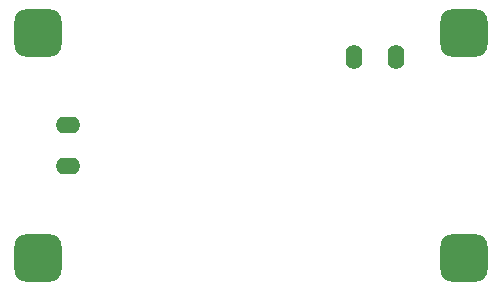
<source format=gbl>
G04*
G04 #@! TF.GenerationSoftware,Altium Limited,Altium Designer,20.0.13 (296)*
G04*
G04 Layer_Physical_Order=2*
G04 Layer_Color=16711680*
%FSLAX25Y25*%
%MOIN*%
G70*
G01*
G75*
G04:AMPARAMS|DCode=26|XSize=157.48mil|YSize=157.48mil|CornerRadius=39.37mil|HoleSize=0mil|Usage=FLASHONLY|Rotation=180.000|XOffset=0mil|YOffset=0mil|HoleType=Round|Shape=RoundedRectangle|*
%AMROUNDEDRECTD26*
21,1,0.15748,0.07874,0,0,180.0*
21,1,0.07874,0.15748,0,0,180.0*
1,1,0.07874,-0.03937,0.03937*
1,1,0.07874,0.03937,0.03937*
1,1,0.07874,0.03937,-0.03937*
1,1,0.07874,-0.03937,-0.03937*
%
%ADD26ROUNDEDRECTD26*%
%ADD27O,0.05512X0.08268*%
%ADD28O,0.08268X0.05512*%
D26*
X342520Y492126D02*
D03*
X200787D02*
D03*
X342520Y417323D02*
D03*
X200787D02*
D03*
D27*
X319882Y484252D02*
D03*
X306102D02*
D03*
D28*
X210630Y461614D02*
D03*
Y447835D02*
D03*
M02*

</source>
